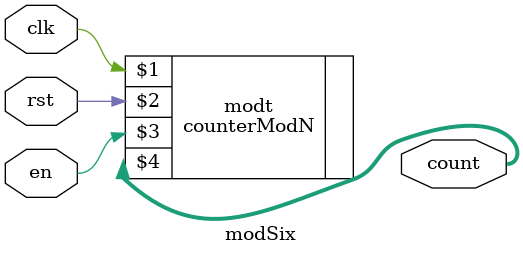
<source format=v>
`timescale 1ns / 1ps


module modSix(input clk, rst,en, output [2:0]count);

counterModN  #(3,6)modt (clk, rst,en, count);

endmodule


</source>
